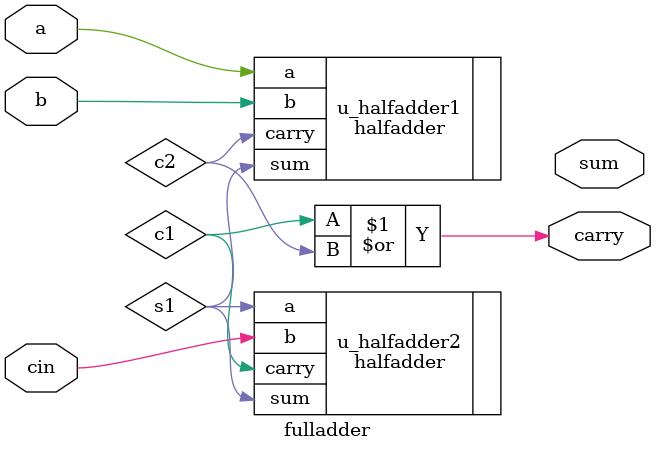
<source format=v>
module fulladder (
    input wire a,
    input wire b,
    input wire cin,

    output wire sum,
    output wire carry
);

wire s1,c1,c2;

halfadder u_halfadder1(
    .a(a),
    .b(b),
    .sum(s1),
    .carry(c2)
);

halfadder u_halfadder2(
    .a(s1),
    .b(cin),
    .sum(s1),
    .carry(c1)
);
assign carry = c1 | c2;

endmodule
</source>
